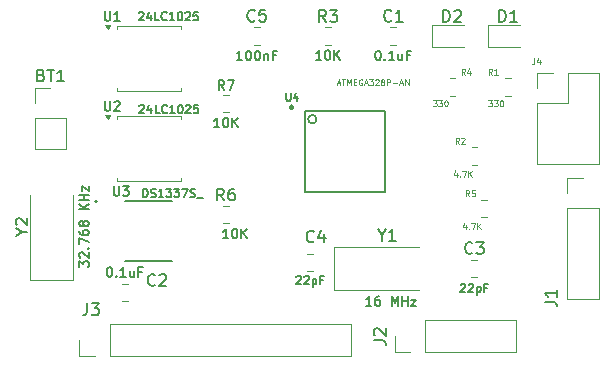
<source format=gto>
%TF.GenerationSoftware,KiCad,Pcbnew,8.0.5*%
%TF.CreationDate,2025-01-15T09:47:39+05:30*%
%TF.ProjectId,MCU_Datalogger,4d43555f-4461-4746-916c-6f676765722e,1*%
%TF.SameCoordinates,Original*%
%TF.FileFunction,Legend,Top*%
%TF.FilePolarity,Positive*%
%FSLAX46Y46*%
G04 Gerber Fmt 4.6, Leading zero omitted, Abs format (unit mm)*
G04 Created by KiCad (PCBNEW 8.0.5) date 2025-01-15 09:47:39*
%MOMM*%
%LPD*%
G01*
G04 APERTURE LIST*
%ADD10C,0.150000*%
%ADD11C,0.100000*%
%ADD12C,0.125000*%
%ADD13C,0.120000*%
%ADD14C,0.152400*%
%ADD15C,0.254000*%
%ADD16C,0.127000*%
%ADD17C,0.200000*%
G04 APERTURE END LIST*
D10*
X128119285Y-103011009D02*
X128262142Y-103058628D01*
X128262142Y-103058628D02*
X128309761Y-103106247D01*
X128309761Y-103106247D02*
X128357380Y-103201485D01*
X128357380Y-103201485D02*
X128357380Y-103344342D01*
X128357380Y-103344342D02*
X128309761Y-103439580D01*
X128309761Y-103439580D02*
X128262142Y-103487200D01*
X128262142Y-103487200D02*
X128166904Y-103534819D01*
X128166904Y-103534819D02*
X127785952Y-103534819D01*
X127785952Y-103534819D02*
X127785952Y-102534819D01*
X127785952Y-102534819D02*
X128119285Y-102534819D01*
X128119285Y-102534819D02*
X128214523Y-102582438D01*
X128214523Y-102582438D02*
X128262142Y-102630057D01*
X128262142Y-102630057D02*
X128309761Y-102725295D01*
X128309761Y-102725295D02*
X128309761Y-102820533D01*
X128309761Y-102820533D02*
X128262142Y-102915771D01*
X128262142Y-102915771D02*
X128214523Y-102963390D01*
X128214523Y-102963390D02*
X128119285Y-103011009D01*
X128119285Y-103011009D02*
X127785952Y-103011009D01*
X128643095Y-102534819D02*
X129214523Y-102534819D01*
X128928809Y-103534819D02*
X128928809Y-102534819D01*
X130071666Y-103534819D02*
X129500238Y-103534819D01*
X129785952Y-103534819D02*
X129785952Y-102534819D01*
X129785952Y-102534819D02*
X129690714Y-102677676D01*
X129690714Y-102677676D02*
X129595476Y-102772914D01*
X129595476Y-102772914D02*
X129500238Y-102820533D01*
X133502476Y-105226295D02*
X133502476Y-105873914D01*
X133502476Y-105873914D02*
X133540571Y-105950104D01*
X133540571Y-105950104D02*
X133578666Y-105988200D01*
X133578666Y-105988200D02*
X133654857Y-106026295D01*
X133654857Y-106026295D02*
X133807238Y-106026295D01*
X133807238Y-106026295D02*
X133883428Y-105988200D01*
X133883428Y-105988200D02*
X133921523Y-105950104D01*
X133921523Y-105950104D02*
X133959619Y-105873914D01*
X133959619Y-105873914D02*
X133959619Y-105226295D01*
X134302475Y-105302485D02*
X134340571Y-105264390D01*
X134340571Y-105264390D02*
X134416761Y-105226295D01*
X134416761Y-105226295D02*
X134607237Y-105226295D01*
X134607237Y-105226295D02*
X134683428Y-105264390D01*
X134683428Y-105264390D02*
X134721523Y-105302485D01*
X134721523Y-105302485D02*
X134759618Y-105378676D01*
X134759618Y-105378676D02*
X134759618Y-105454866D01*
X134759618Y-105454866D02*
X134721523Y-105569152D01*
X134721523Y-105569152D02*
X134264380Y-106026295D01*
X134264380Y-106026295D02*
X134759618Y-106026295D01*
X136437999Y-105600700D02*
X136471332Y-105567366D01*
X136471332Y-105567366D02*
X136537999Y-105534033D01*
X136537999Y-105534033D02*
X136704666Y-105534033D01*
X136704666Y-105534033D02*
X136771332Y-105567366D01*
X136771332Y-105567366D02*
X136804666Y-105600700D01*
X136804666Y-105600700D02*
X136837999Y-105667366D01*
X136837999Y-105667366D02*
X136837999Y-105734033D01*
X136837999Y-105734033D02*
X136804666Y-105834033D01*
X136804666Y-105834033D02*
X136404666Y-106234033D01*
X136404666Y-106234033D02*
X136837999Y-106234033D01*
X137437999Y-105767366D02*
X137437999Y-106234033D01*
X137271333Y-105500700D02*
X137104666Y-106000700D01*
X137104666Y-106000700D02*
X137537999Y-106000700D01*
X138138000Y-106234033D02*
X137804666Y-106234033D01*
X137804666Y-106234033D02*
X137804666Y-105534033D01*
X138771333Y-106167366D02*
X138738000Y-106200700D01*
X138738000Y-106200700D02*
X138638000Y-106234033D01*
X138638000Y-106234033D02*
X138571333Y-106234033D01*
X138571333Y-106234033D02*
X138471333Y-106200700D01*
X138471333Y-106200700D02*
X138404667Y-106134033D01*
X138404667Y-106134033D02*
X138371333Y-106067366D01*
X138371333Y-106067366D02*
X138338000Y-105934033D01*
X138338000Y-105934033D02*
X138338000Y-105834033D01*
X138338000Y-105834033D02*
X138371333Y-105700700D01*
X138371333Y-105700700D02*
X138404667Y-105634033D01*
X138404667Y-105634033D02*
X138471333Y-105567366D01*
X138471333Y-105567366D02*
X138571333Y-105534033D01*
X138571333Y-105534033D02*
X138638000Y-105534033D01*
X138638000Y-105534033D02*
X138738000Y-105567366D01*
X138738000Y-105567366D02*
X138771333Y-105600700D01*
X139438000Y-106234033D02*
X139038000Y-106234033D01*
X139238000Y-106234033D02*
X139238000Y-105534033D01*
X139238000Y-105534033D02*
X139171333Y-105634033D01*
X139171333Y-105634033D02*
X139104667Y-105700700D01*
X139104667Y-105700700D02*
X139038000Y-105734033D01*
X139871334Y-105534033D02*
X139938000Y-105534033D01*
X139938000Y-105534033D02*
X140004667Y-105567366D01*
X140004667Y-105567366D02*
X140038000Y-105600700D01*
X140038000Y-105600700D02*
X140071334Y-105667366D01*
X140071334Y-105667366D02*
X140104667Y-105800700D01*
X140104667Y-105800700D02*
X140104667Y-105967366D01*
X140104667Y-105967366D02*
X140071334Y-106100700D01*
X140071334Y-106100700D02*
X140038000Y-106167366D01*
X140038000Y-106167366D02*
X140004667Y-106200700D01*
X140004667Y-106200700D02*
X139938000Y-106234033D01*
X139938000Y-106234033D02*
X139871334Y-106234033D01*
X139871334Y-106234033D02*
X139804667Y-106200700D01*
X139804667Y-106200700D02*
X139771334Y-106167366D01*
X139771334Y-106167366D02*
X139738000Y-106100700D01*
X139738000Y-106100700D02*
X139704667Y-105967366D01*
X139704667Y-105967366D02*
X139704667Y-105800700D01*
X139704667Y-105800700D02*
X139738000Y-105667366D01*
X139738000Y-105667366D02*
X139771334Y-105600700D01*
X139771334Y-105600700D02*
X139804667Y-105567366D01*
X139804667Y-105567366D02*
X139871334Y-105534033D01*
X140371334Y-105600700D02*
X140404667Y-105567366D01*
X140404667Y-105567366D02*
X140471334Y-105534033D01*
X140471334Y-105534033D02*
X140638001Y-105534033D01*
X140638001Y-105534033D02*
X140704667Y-105567366D01*
X140704667Y-105567366D02*
X140738001Y-105600700D01*
X140738001Y-105600700D02*
X140771334Y-105667366D01*
X140771334Y-105667366D02*
X140771334Y-105734033D01*
X140771334Y-105734033D02*
X140738001Y-105834033D01*
X140738001Y-105834033D02*
X140338001Y-106234033D01*
X140338001Y-106234033D02*
X140771334Y-106234033D01*
X141404668Y-105534033D02*
X141071334Y-105534033D01*
X141071334Y-105534033D02*
X141038001Y-105867366D01*
X141038001Y-105867366D02*
X141071334Y-105834033D01*
X141071334Y-105834033D02*
X141138001Y-105800700D01*
X141138001Y-105800700D02*
X141304668Y-105800700D01*
X141304668Y-105800700D02*
X141371334Y-105834033D01*
X141371334Y-105834033D02*
X141404668Y-105867366D01*
X141404668Y-105867366D02*
X141438001Y-105934033D01*
X141438001Y-105934033D02*
X141438001Y-106100700D01*
X141438001Y-106100700D02*
X141404668Y-106167366D01*
X141404668Y-106167366D02*
X141371334Y-106200700D01*
X141371334Y-106200700D02*
X141304668Y-106234033D01*
X141304668Y-106234033D02*
X141138001Y-106234033D01*
X141138001Y-106234033D02*
X141071334Y-106200700D01*
X141071334Y-106200700D02*
X141038001Y-106167366D01*
D11*
X163492666Y-108811109D02*
X163326000Y-108573014D01*
X163206952Y-108811109D02*
X163206952Y-108311109D01*
X163206952Y-108311109D02*
X163397428Y-108311109D01*
X163397428Y-108311109D02*
X163445047Y-108334919D01*
X163445047Y-108334919D02*
X163468857Y-108358728D01*
X163468857Y-108358728D02*
X163492666Y-108406347D01*
X163492666Y-108406347D02*
X163492666Y-108477776D01*
X163492666Y-108477776D02*
X163468857Y-108525395D01*
X163468857Y-108525395D02*
X163445047Y-108549204D01*
X163445047Y-108549204D02*
X163397428Y-108573014D01*
X163397428Y-108573014D02*
X163206952Y-108573014D01*
X163683143Y-108358728D02*
X163706952Y-108334919D01*
X163706952Y-108334919D02*
X163754571Y-108311109D01*
X163754571Y-108311109D02*
X163873619Y-108311109D01*
X163873619Y-108311109D02*
X163921238Y-108334919D01*
X163921238Y-108334919D02*
X163945047Y-108358728D01*
X163945047Y-108358728D02*
X163968857Y-108406347D01*
X163968857Y-108406347D02*
X163968857Y-108453966D01*
X163968857Y-108453966D02*
X163945047Y-108525395D01*
X163945047Y-108525395D02*
X163659333Y-108811109D01*
X163659333Y-108811109D02*
X163968857Y-108811109D01*
X163318096Y-111271776D02*
X163318096Y-111605109D01*
X163199048Y-111081300D02*
X163080001Y-111438442D01*
X163080001Y-111438442D02*
X163389524Y-111438442D01*
X163580000Y-111557490D02*
X163603810Y-111581300D01*
X163603810Y-111581300D02*
X163580000Y-111605109D01*
X163580000Y-111605109D02*
X163556191Y-111581300D01*
X163556191Y-111581300D02*
X163580000Y-111557490D01*
X163580000Y-111557490D02*
X163580000Y-111605109D01*
X163770476Y-111105109D02*
X164103809Y-111105109D01*
X164103809Y-111105109D02*
X163889524Y-111605109D01*
X164294285Y-111605109D02*
X164294285Y-111105109D01*
X164579999Y-111605109D02*
X164365714Y-111319395D01*
X164579999Y-111105109D02*
X164294285Y-111390823D01*
D10*
X166901905Y-98499819D02*
X166901905Y-97499819D01*
X166901905Y-97499819D02*
X167140000Y-97499819D01*
X167140000Y-97499819D02*
X167282857Y-97547438D01*
X167282857Y-97547438D02*
X167378095Y-97642676D01*
X167378095Y-97642676D02*
X167425714Y-97737914D01*
X167425714Y-97737914D02*
X167473333Y-97928390D01*
X167473333Y-97928390D02*
X167473333Y-98071247D01*
X167473333Y-98071247D02*
X167425714Y-98261723D01*
X167425714Y-98261723D02*
X167378095Y-98356961D01*
X167378095Y-98356961D02*
X167282857Y-98452200D01*
X167282857Y-98452200D02*
X167140000Y-98499819D01*
X167140000Y-98499819D02*
X166901905Y-98499819D01*
X168425714Y-98499819D02*
X167854286Y-98499819D01*
X168140000Y-98499819D02*
X168140000Y-97499819D01*
X168140000Y-97499819D02*
X168044762Y-97642676D01*
X168044762Y-97642676D02*
X167949524Y-97737914D01*
X167949524Y-97737914D02*
X167854286Y-97785533D01*
X170752419Y-122202533D02*
X171466704Y-122202533D01*
X171466704Y-122202533D02*
X171609561Y-122250152D01*
X171609561Y-122250152D02*
X171704800Y-122345390D01*
X171704800Y-122345390D02*
X171752419Y-122488247D01*
X171752419Y-122488247D02*
X171752419Y-122583485D01*
X171752419Y-121202533D02*
X171752419Y-121773961D01*
X171752419Y-121488247D02*
X170752419Y-121488247D01*
X170752419Y-121488247D02*
X170895276Y-121583485D01*
X170895276Y-121583485D02*
X170990514Y-121678723D01*
X170990514Y-121678723D02*
X171038133Y-121773961D01*
X143630667Y-104248295D02*
X143364000Y-103867342D01*
X143173524Y-104248295D02*
X143173524Y-103448295D01*
X143173524Y-103448295D02*
X143478286Y-103448295D01*
X143478286Y-103448295D02*
X143554476Y-103486390D01*
X143554476Y-103486390D02*
X143592571Y-103524485D01*
X143592571Y-103524485D02*
X143630667Y-103600676D01*
X143630667Y-103600676D02*
X143630667Y-103714961D01*
X143630667Y-103714961D02*
X143592571Y-103791152D01*
X143592571Y-103791152D02*
X143554476Y-103829247D01*
X143554476Y-103829247D02*
X143478286Y-103867342D01*
X143478286Y-103867342D02*
X143173524Y-103867342D01*
X143897333Y-103448295D02*
X144430667Y-103448295D01*
X144430667Y-103448295D02*
X144087809Y-104248295D01*
X143211618Y-107422295D02*
X142754475Y-107422295D01*
X142983047Y-107422295D02*
X142983047Y-106622295D01*
X142983047Y-106622295D02*
X142906856Y-106736580D01*
X142906856Y-106736580D02*
X142830666Y-106812771D01*
X142830666Y-106812771D02*
X142754475Y-106850866D01*
X143706857Y-106622295D02*
X143783047Y-106622295D01*
X143783047Y-106622295D02*
X143859238Y-106660390D01*
X143859238Y-106660390D02*
X143897333Y-106698485D01*
X143897333Y-106698485D02*
X143935428Y-106774676D01*
X143935428Y-106774676D02*
X143973523Y-106927057D01*
X143973523Y-106927057D02*
X143973523Y-107117533D01*
X143973523Y-107117533D02*
X143935428Y-107269914D01*
X143935428Y-107269914D02*
X143897333Y-107346104D01*
X143897333Y-107346104D02*
X143859238Y-107384200D01*
X143859238Y-107384200D02*
X143783047Y-107422295D01*
X143783047Y-107422295D02*
X143706857Y-107422295D01*
X143706857Y-107422295D02*
X143630666Y-107384200D01*
X143630666Y-107384200D02*
X143592571Y-107346104D01*
X143592571Y-107346104D02*
X143554476Y-107269914D01*
X143554476Y-107269914D02*
X143516380Y-107117533D01*
X143516380Y-107117533D02*
X143516380Y-106927057D01*
X143516380Y-106927057D02*
X143554476Y-106774676D01*
X143554476Y-106774676D02*
X143592571Y-106698485D01*
X143592571Y-106698485D02*
X143630666Y-106660390D01*
X143630666Y-106660390D02*
X143706857Y-106622295D01*
X144316381Y-107422295D02*
X144316381Y-106622295D01*
X144773524Y-107422295D02*
X144430666Y-106965152D01*
X144773524Y-106622295D02*
X144316381Y-107079438D01*
X156943809Y-116558628D02*
X156943809Y-117034819D01*
X156610476Y-116034819D02*
X156943809Y-116558628D01*
X156943809Y-116558628D02*
X157277142Y-116034819D01*
X158134285Y-117034819D02*
X157562857Y-117034819D01*
X157848571Y-117034819D02*
X157848571Y-116034819D01*
X157848571Y-116034819D02*
X157753333Y-116177676D01*
X157753333Y-116177676D02*
X157658095Y-116272914D01*
X157658095Y-116272914D02*
X157562857Y-116320533D01*
X156076856Y-122542295D02*
X155619713Y-122542295D01*
X155848285Y-122542295D02*
X155848285Y-121742295D01*
X155848285Y-121742295D02*
X155772094Y-121856580D01*
X155772094Y-121856580D02*
X155695904Y-121932771D01*
X155695904Y-121932771D02*
X155619713Y-121970866D01*
X156762571Y-121742295D02*
X156610190Y-121742295D01*
X156610190Y-121742295D02*
X156533999Y-121780390D01*
X156533999Y-121780390D02*
X156495904Y-121818485D01*
X156495904Y-121818485D02*
X156419714Y-121932771D01*
X156419714Y-121932771D02*
X156381618Y-122085152D01*
X156381618Y-122085152D02*
X156381618Y-122389914D01*
X156381618Y-122389914D02*
X156419714Y-122466104D01*
X156419714Y-122466104D02*
X156457809Y-122504200D01*
X156457809Y-122504200D02*
X156533999Y-122542295D01*
X156533999Y-122542295D02*
X156686380Y-122542295D01*
X156686380Y-122542295D02*
X156762571Y-122504200D01*
X156762571Y-122504200D02*
X156800666Y-122466104D01*
X156800666Y-122466104D02*
X156838761Y-122389914D01*
X156838761Y-122389914D02*
X156838761Y-122199438D01*
X156838761Y-122199438D02*
X156800666Y-122123247D01*
X156800666Y-122123247D02*
X156762571Y-122085152D01*
X156762571Y-122085152D02*
X156686380Y-122047057D01*
X156686380Y-122047057D02*
X156533999Y-122047057D01*
X156533999Y-122047057D02*
X156457809Y-122085152D01*
X156457809Y-122085152D02*
X156419714Y-122123247D01*
X156419714Y-122123247D02*
X156381618Y-122199438D01*
X157791143Y-122542295D02*
X157791143Y-121742295D01*
X157791143Y-121742295D02*
X158057809Y-122313723D01*
X158057809Y-122313723D02*
X158324476Y-121742295D01*
X158324476Y-121742295D02*
X158324476Y-122542295D01*
X158705429Y-122542295D02*
X158705429Y-121742295D01*
X158705429Y-122123247D02*
X159162572Y-122123247D01*
X159162572Y-122542295D02*
X159162572Y-121742295D01*
X159467333Y-122008961D02*
X159886381Y-122008961D01*
X159886381Y-122008961D02*
X159467333Y-122542295D01*
X159467333Y-122542295D02*
X159886381Y-122542295D01*
X156274419Y-125453733D02*
X156988704Y-125453733D01*
X156988704Y-125453733D02*
X157131561Y-125501352D01*
X157131561Y-125501352D02*
X157226800Y-125596590D01*
X157226800Y-125596590D02*
X157274419Y-125739447D01*
X157274419Y-125739447D02*
X157274419Y-125834685D01*
X156369657Y-125025161D02*
X156322038Y-124977542D01*
X156322038Y-124977542D02*
X156274419Y-124882304D01*
X156274419Y-124882304D02*
X156274419Y-124644209D01*
X156274419Y-124644209D02*
X156322038Y-124548971D01*
X156322038Y-124548971D02*
X156369657Y-124501352D01*
X156369657Y-124501352D02*
X156464895Y-124453733D01*
X156464895Y-124453733D02*
X156560133Y-124453733D01*
X156560133Y-124453733D02*
X156702990Y-124501352D01*
X156702990Y-124501352D02*
X157274419Y-125072780D01*
X157274419Y-125072780D02*
X157274419Y-124453733D01*
X162154405Y-98499819D02*
X162154405Y-97499819D01*
X162154405Y-97499819D02*
X162392500Y-97499819D01*
X162392500Y-97499819D02*
X162535357Y-97547438D01*
X162535357Y-97547438D02*
X162630595Y-97642676D01*
X162630595Y-97642676D02*
X162678214Y-97737914D01*
X162678214Y-97737914D02*
X162725833Y-97928390D01*
X162725833Y-97928390D02*
X162725833Y-98071247D01*
X162725833Y-98071247D02*
X162678214Y-98261723D01*
X162678214Y-98261723D02*
X162630595Y-98356961D01*
X162630595Y-98356961D02*
X162535357Y-98452200D01*
X162535357Y-98452200D02*
X162392500Y-98499819D01*
X162392500Y-98499819D02*
X162154405Y-98499819D01*
X163106786Y-97595057D02*
X163154405Y-97547438D01*
X163154405Y-97547438D02*
X163249643Y-97499819D01*
X163249643Y-97499819D02*
X163487738Y-97499819D01*
X163487738Y-97499819D02*
X163582976Y-97547438D01*
X163582976Y-97547438D02*
X163630595Y-97595057D01*
X163630595Y-97595057D02*
X163678214Y-97690295D01*
X163678214Y-97690295D02*
X163678214Y-97785533D01*
X163678214Y-97785533D02*
X163630595Y-97928390D01*
X163630595Y-97928390D02*
X163059167Y-98499819D01*
X163059167Y-98499819D02*
X163678214Y-98499819D01*
X157760333Y-98374580D02*
X157712714Y-98422200D01*
X157712714Y-98422200D02*
X157569857Y-98469819D01*
X157569857Y-98469819D02*
X157474619Y-98469819D01*
X157474619Y-98469819D02*
X157331762Y-98422200D01*
X157331762Y-98422200D02*
X157236524Y-98326961D01*
X157236524Y-98326961D02*
X157188905Y-98231723D01*
X157188905Y-98231723D02*
X157141286Y-98041247D01*
X157141286Y-98041247D02*
X157141286Y-97898390D01*
X157141286Y-97898390D02*
X157188905Y-97707914D01*
X157188905Y-97707914D02*
X157236524Y-97612676D01*
X157236524Y-97612676D02*
X157331762Y-97517438D01*
X157331762Y-97517438D02*
X157474619Y-97469819D01*
X157474619Y-97469819D02*
X157569857Y-97469819D01*
X157569857Y-97469819D02*
X157712714Y-97517438D01*
X157712714Y-97517438D02*
X157760333Y-97565057D01*
X158712714Y-98469819D02*
X158141286Y-98469819D01*
X158427000Y-98469819D02*
X158427000Y-97469819D01*
X158427000Y-97469819D02*
X158331762Y-97612676D01*
X158331762Y-97612676D02*
X158236524Y-97707914D01*
X158236524Y-97707914D02*
X158141286Y-97755533D01*
X156612714Y-100937295D02*
X156688904Y-100937295D01*
X156688904Y-100937295D02*
X156765095Y-100975390D01*
X156765095Y-100975390D02*
X156803190Y-101013485D01*
X156803190Y-101013485D02*
X156841285Y-101089676D01*
X156841285Y-101089676D02*
X156879380Y-101242057D01*
X156879380Y-101242057D02*
X156879380Y-101432533D01*
X156879380Y-101432533D02*
X156841285Y-101584914D01*
X156841285Y-101584914D02*
X156803190Y-101661104D01*
X156803190Y-101661104D02*
X156765095Y-101699200D01*
X156765095Y-101699200D02*
X156688904Y-101737295D01*
X156688904Y-101737295D02*
X156612714Y-101737295D01*
X156612714Y-101737295D02*
X156536523Y-101699200D01*
X156536523Y-101699200D02*
X156498428Y-101661104D01*
X156498428Y-101661104D02*
X156460333Y-101584914D01*
X156460333Y-101584914D02*
X156422237Y-101432533D01*
X156422237Y-101432533D02*
X156422237Y-101242057D01*
X156422237Y-101242057D02*
X156460333Y-101089676D01*
X156460333Y-101089676D02*
X156498428Y-101013485D01*
X156498428Y-101013485D02*
X156536523Y-100975390D01*
X156536523Y-100975390D02*
X156612714Y-100937295D01*
X157222238Y-101661104D02*
X157260333Y-101699200D01*
X157260333Y-101699200D02*
X157222238Y-101737295D01*
X157222238Y-101737295D02*
X157184142Y-101699200D01*
X157184142Y-101699200D02*
X157222238Y-101661104D01*
X157222238Y-101661104D02*
X157222238Y-101737295D01*
X158022237Y-101737295D02*
X157565094Y-101737295D01*
X157793666Y-101737295D02*
X157793666Y-100937295D01*
X157793666Y-100937295D02*
X157717475Y-101051580D01*
X157717475Y-101051580D02*
X157641285Y-101127771D01*
X157641285Y-101127771D02*
X157565094Y-101165866D01*
X158707952Y-101203961D02*
X158707952Y-101737295D01*
X158365095Y-101203961D02*
X158365095Y-101623009D01*
X158365095Y-101623009D02*
X158403190Y-101699200D01*
X158403190Y-101699200D02*
X158479380Y-101737295D01*
X158479380Y-101737295D02*
X158593666Y-101737295D01*
X158593666Y-101737295D02*
X158669857Y-101699200D01*
X158669857Y-101699200D02*
X158707952Y-101661104D01*
X159355571Y-101318247D02*
X159088905Y-101318247D01*
X159088905Y-101737295D02*
X159088905Y-100937295D01*
X159088905Y-100937295D02*
X159469857Y-100937295D01*
X146203333Y-98374580D02*
X146155714Y-98422200D01*
X146155714Y-98422200D02*
X146012857Y-98469819D01*
X146012857Y-98469819D02*
X145917619Y-98469819D01*
X145917619Y-98469819D02*
X145774762Y-98422200D01*
X145774762Y-98422200D02*
X145679524Y-98326961D01*
X145679524Y-98326961D02*
X145631905Y-98231723D01*
X145631905Y-98231723D02*
X145584286Y-98041247D01*
X145584286Y-98041247D02*
X145584286Y-97898390D01*
X145584286Y-97898390D02*
X145631905Y-97707914D01*
X145631905Y-97707914D02*
X145679524Y-97612676D01*
X145679524Y-97612676D02*
X145774762Y-97517438D01*
X145774762Y-97517438D02*
X145917619Y-97469819D01*
X145917619Y-97469819D02*
X146012857Y-97469819D01*
X146012857Y-97469819D02*
X146155714Y-97517438D01*
X146155714Y-97517438D02*
X146203333Y-97565057D01*
X147108095Y-97469819D02*
X146631905Y-97469819D01*
X146631905Y-97469819D02*
X146584286Y-97946009D01*
X146584286Y-97946009D02*
X146631905Y-97898390D01*
X146631905Y-97898390D02*
X146727143Y-97850771D01*
X146727143Y-97850771D02*
X146965238Y-97850771D01*
X146965238Y-97850771D02*
X147060476Y-97898390D01*
X147060476Y-97898390D02*
X147108095Y-97946009D01*
X147108095Y-97946009D02*
X147155714Y-98041247D01*
X147155714Y-98041247D02*
X147155714Y-98279342D01*
X147155714Y-98279342D02*
X147108095Y-98374580D01*
X147108095Y-98374580D02*
X147060476Y-98422200D01*
X147060476Y-98422200D02*
X146965238Y-98469819D01*
X146965238Y-98469819D02*
X146727143Y-98469819D01*
X146727143Y-98469819D02*
X146631905Y-98422200D01*
X146631905Y-98422200D02*
X146584286Y-98374580D01*
X145131904Y-101737295D02*
X144674761Y-101737295D01*
X144903333Y-101737295D02*
X144903333Y-100937295D01*
X144903333Y-100937295D02*
X144827142Y-101051580D01*
X144827142Y-101051580D02*
X144750952Y-101127771D01*
X144750952Y-101127771D02*
X144674761Y-101165866D01*
X145627143Y-100937295D02*
X145703333Y-100937295D01*
X145703333Y-100937295D02*
X145779524Y-100975390D01*
X145779524Y-100975390D02*
X145817619Y-101013485D01*
X145817619Y-101013485D02*
X145855714Y-101089676D01*
X145855714Y-101089676D02*
X145893809Y-101242057D01*
X145893809Y-101242057D02*
X145893809Y-101432533D01*
X145893809Y-101432533D02*
X145855714Y-101584914D01*
X145855714Y-101584914D02*
X145817619Y-101661104D01*
X145817619Y-101661104D02*
X145779524Y-101699200D01*
X145779524Y-101699200D02*
X145703333Y-101737295D01*
X145703333Y-101737295D02*
X145627143Y-101737295D01*
X145627143Y-101737295D02*
X145550952Y-101699200D01*
X145550952Y-101699200D02*
X145512857Y-101661104D01*
X145512857Y-101661104D02*
X145474762Y-101584914D01*
X145474762Y-101584914D02*
X145436666Y-101432533D01*
X145436666Y-101432533D02*
X145436666Y-101242057D01*
X145436666Y-101242057D02*
X145474762Y-101089676D01*
X145474762Y-101089676D02*
X145512857Y-101013485D01*
X145512857Y-101013485D02*
X145550952Y-100975390D01*
X145550952Y-100975390D02*
X145627143Y-100937295D01*
X146389048Y-100937295D02*
X146465238Y-100937295D01*
X146465238Y-100937295D02*
X146541429Y-100975390D01*
X146541429Y-100975390D02*
X146579524Y-101013485D01*
X146579524Y-101013485D02*
X146617619Y-101089676D01*
X146617619Y-101089676D02*
X146655714Y-101242057D01*
X146655714Y-101242057D02*
X146655714Y-101432533D01*
X146655714Y-101432533D02*
X146617619Y-101584914D01*
X146617619Y-101584914D02*
X146579524Y-101661104D01*
X146579524Y-101661104D02*
X146541429Y-101699200D01*
X146541429Y-101699200D02*
X146465238Y-101737295D01*
X146465238Y-101737295D02*
X146389048Y-101737295D01*
X146389048Y-101737295D02*
X146312857Y-101699200D01*
X146312857Y-101699200D02*
X146274762Y-101661104D01*
X146274762Y-101661104D02*
X146236667Y-101584914D01*
X146236667Y-101584914D02*
X146198571Y-101432533D01*
X146198571Y-101432533D02*
X146198571Y-101242057D01*
X146198571Y-101242057D02*
X146236667Y-101089676D01*
X146236667Y-101089676D02*
X146274762Y-101013485D01*
X146274762Y-101013485D02*
X146312857Y-100975390D01*
X146312857Y-100975390D02*
X146389048Y-100937295D01*
X146998572Y-101203961D02*
X146998572Y-101737295D01*
X146998572Y-101280152D02*
X147036667Y-101242057D01*
X147036667Y-101242057D02*
X147112857Y-101203961D01*
X147112857Y-101203961D02*
X147227143Y-101203961D01*
X147227143Y-101203961D02*
X147303334Y-101242057D01*
X147303334Y-101242057D02*
X147341429Y-101318247D01*
X147341429Y-101318247D02*
X147341429Y-101737295D01*
X147989048Y-101318247D02*
X147722382Y-101318247D01*
X147722382Y-101737295D02*
X147722382Y-100937295D01*
X147722382Y-100937295D02*
X148103334Y-100937295D01*
X133502476Y-97606295D02*
X133502476Y-98253914D01*
X133502476Y-98253914D02*
X133540571Y-98330104D01*
X133540571Y-98330104D02*
X133578666Y-98368200D01*
X133578666Y-98368200D02*
X133654857Y-98406295D01*
X133654857Y-98406295D02*
X133807238Y-98406295D01*
X133807238Y-98406295D02*
X133883428Y-98368200D01*
X133883428Y-98368200D02*
X133921523Y-98330104D01*
X133921523Y-98330104D02*
X133959619Y-98253914D01*
X133959619Y-98253914D02*
X133959619Y-97606295D01*
X134759618Y-98406295D02*
X134302475Y-98406295D01*
X134531047Y-98406295D02*
X134531047Y-97606295D01*
X134531047Y-97606295D02*
X134454856Y-97720580D01*
X134454856Y-97720580D02*
X134378666Y-97796771D01*
X134378666Y-97796771D02*
X134302475Y-97834866D01*
X136401637Y-97737905D02*
X136434970Y-97704571D01*
X136434970Y-97704571D02*
X136501637Y-97671238D01*
X136501637Y-97671238D02*
X136668304Y-97671238D01*
X136668304Y-97671238D02*
X136734970Y-97704571D01*
X136734970Y-97704571D02*
X136768304Y-97737905D01*
X136768304Y-97737905D02*
X136801637Y-97804571D01*
X136801637Y-97804571D02*
X136801637Y-97871238D01*
X136801637Y-97871238D02*
X136768304Y-97971238D01*
X136768304Y-97971238D02*
X136368304Y-98371238D01*
X136368304Y-98371238D02*
X136801637Y-98371238D01*
X137401637Y-97904571D02*
X137401637Y-98371238D01*
X137234971Y-97637905D02*
X137068304Y-98137905D01*
X137068304Y-98137905D02*
X137501637Y-98137905D01*
X138101638Y-98371238D02*
X137768304Y-98371238D01*
X137768304Y-98371238D02*
X137768304Y-97671238D01*
X138734971Y-98304571D02*
X138701638Y-98337905D01*
X138701638Y-98337905D02*
X138601638Y-98371238D01*
X138601638Y-98371238D02*
X138534971Y-98371238D01*
X138534971Y-98371238D02*
X138434971Y-98337905D01*
X138434971Y-98337905D02*
X138368305Y-98271238D01*
X138368305Y-98271238D02*
X138334971Y-98204571D01*
X138334971Y-98204571D02*
X138301638Y-98071238D01*
X138301638Y-98071238D02*
X138301638Y-97971238D01*
X138301638Y-97971238D02*
X138334971Y-97837905D01*
X138334971Y-97837905D02*
X138368305Y-97771238D01*
X138368305Y-97771238D02*
X138434971Y-97704571D01*
X138434971Y-97704571D02*
X138534971Y-97671238D01*
X138534971Y-97671238D02*
X138601638Y-97671238D01*
X138601638Y-97671238D02*
X138701638Y-97704571D01*
X138701638Y-97704571D02*
X138734971Y-97737905D01*
X139401638Y-98371238D02*
X139001638Y-98371238D01*
X139201638Y-98371238D02*
X139201638Y-97671238D01*
X139201638Y-97671238D02*
X139134971Y-97771238D01*
X139134971Y-97771238D02*
X139068305Y-97837905D01*
X139068305Y-97837905D02*
X139001638Y-97871238D01*
X139834972Y-97671238D02*
X139901638Y-97671238D01*
X139901638Y-97671238D02*
X139968305Y-97704571D01*
X139968305Y-97704571D02*
X140001638Y-97737905D01*
X140001638Y-97737905D02*
X140034972Y-97804571D01*
X140034972Y-97804571D02*
X140068305Y-97937905D01*
X140068305Y-97937905D02*
X140068305Y-98104571D01*
X140068305Y-98104571D02*
X140034972Y-98237905D01*
X140034972Y-98237905D02*
X140001638Y-98304571D01*
X140001638Y-98304571D02*
X139968305Y-98337905D01*
X139968305Y-98337905D02*
X139901638Y-98371238D01*
X139901638Y-98371238D02*
X139834972Y-98371238D01*
X139834972Y-98371238D02*
X139768305Y-98337905D01*
X139768305Y-98337905D02*
X139734972Y-98304571D01*
X139734972Y-98304571D02*
X139701638Y-98237905D01*
X139701638Y-98237905D02*
X139668305Y-98104571D01*
X139668305Y-98104571D02*
X139668305Y-97937905D01*
X139668305Y-97937905D02*
X139701638Y-97804571D01*
X139701638Y-97804571D02*
X139734972Y-97737905D01*
X139734972Y-97737905D02*
X139768305Y-97704571D01*
X139768305Y-97704571D02*
X139834972Y-97671238D01*
X140334972Y-97737905D02*
X140368305Y-97704571D01*
X140368305Y-97704571D02*
X140434972Y-97671238D01*
X140434972Y-97671238D02*
X140601639Y-97671238D01*
X140601639Y-97671238D02*
X140668305Y-97704571D01*
X140668305Y-97704571D02*
X140701639Y-97737905D01*
X140701639Y-97737905D02*
X140734972Y-97804571D01*
X140734972Y-97804571D02*
X140734972Y-97871238D01*
X140734972Y-97871238D02*
X140701639Y-97971238D01*
X140701639Y-97971238D02*
X140301639Y-98371238D01*
X140301639Y-98371238D02*
X140734972Y-98371238D01*
X141368306Y-97671238D02*
X141034972Y-97671238D01*
X141034972Y-97671238D02*
X141001639Y-98004571D01*
X141001639Y-98004571D02*
X141034972Y-97971238D01*
X141034972Y-97971238D02*
X141101639Y-97937905D01*
X141101639Y-97937905D02*
X141268306Y-97937905D01*
X141268306Y-97937905D02*
X141334972Y-97971238D01*
X141334972Y-97971238D02*
X141368306Y-98004571D01*
X141368306Y-98004571D02*
X141401639Y-98071238D01*
X141401639Y-98071238D02*
X141401639Y-98237905D01*
X141401639Y-98237905D02*
X141368306Y-98304571D01*
X141368306Y-98304571D02*
X141334972Y-98337905D01*
X141334972Y-98337905D02*
X141268306Y-98371238D01*
X141268306Y-98371238D02*
X141101639Y-98371238D01*
X141101639Y-98371238D02*
X141034972Y-98337905D01*
X141034972Y-98337905D02*
X141001639Y-98304571D01*
X152233333Y-98499819D02*
X151900000Y-98023628D01*
X151661905Y-98499819D02*
X151661905Y-97499819D01*
X151661905Y-97499819D02*
X152042857Y-97499819D01*
X152042857Y-97499819D02*
X152138095Y-97547438D01*
X152138095Y-97547438D02*
X152185714Y-97595057D01*
X152185714Y-97595057D02*
X152233333Y-97690295D01*
X152233333Y-97690295D02*
X152233333Y-97833152D01*
X152233333Y-97833152D02*
X152185714Y-97928390D01*
X152185714Y-97928390D02*
X152138095Y-97976009D01*
X152138095Y-97976009D02*
X152042857Y-98023628D01*
X152042857Y-98023628D02*
X151661905Y-98023628D01*
X152566667Y-97499819D02*
X153185714Y-97499819D01*
X153185714Y-97499819D02*
X152852381Y-97880771D01*
X152852381Y-97880771D02*
X152995238Y-97880771D01*
X152995238Y-97880771D02*
X153090476Y-97928390D01*
X153090476Y-97928390D02*
X153138095Y-97976009D01*
X153138095Y-97976009D02*
X153185714Y-98071247D01*
X153185714Y-98071247D02*
X153185714Y-98309342D01*
X153185714Y-98309342D02*
X153138095Y-98404580D01*
X153138095Y-98404580D02*
X153090476Y-98452200D01*
X153090476Y-98452200D02*
X152995238Y-98499819D01*
X152995238Y-98499819D02*
X152709524Y-98499819D01*
X152709524Y-98499819D02*
X152614286Y-98452200D01*
X152614286Y-98452200D02*
X152566667Y-98404580D01*
X151847618Y-101707295D02*
X151390475Y-101707295D01*
X151619047Y-101707295D02*
X151619047Y-100907295D01*
X151619047Y-100907295D02*
X151542856Y-101021580D01*
X151542856Y-101021580D02*
X151466666Y-101097771D01*
X151466666Y-101097771D02*
X151390475Y-101135866D01*
X152342857Y-100907295D02*
X152419047Y-100907295D01*
X152419047Y-100907295D02*
X152495238Y-100945390D01*
X152495238Y-100945390D02*
X152533333Y-100983485D01*
X152533333Y-100983485D02*
X152571428Y-101059676D01*
X152571428Y-101059676D02*
X152609523Y-101212057D01*
X152609523Y-101212057D02*
X152609523Y-101402533D01*
X152609523Y-101402533D02*
X152571428Y-101554914D01*
X152571428Y-101554914D02*
X152533333Y-101631104D01*
X152533333Y-101631104D02*
X152495238Y-101669200D01*
X152495238Y-101669200D02*
X152419047Y-101707295D01*
X152419047Y-101707295D02*
X152342857Y-101707295D01*
X152342857Y-101707295D02*
X152266666Y-101669200D01*
X152266666Y-101669200D02*
X152228571Y-101631104D01*
X152228571Y-101631104D02*
X152190476Y-101554914D01*
X152190476Y-101554914D02*
X152152380Y-101402533D01*
X152152380Y-101402533D02*
X152152380Y-101212057D01*
X152152380Y-101212057D02*
X152190476Y-101059676D01*
X152190476Y-101059676D02*
X152228571Y-100983485D01*
X152228571Y-100983485D02*
X152266666Y-100945390D01*
X152266666Y-100945390D02*
X152342857Y-100907295D01*
X152952381Y-101707295D02*
X152952381Y-100907295D01*
X153409524Y-101707295D02*
X153066666Y-101250152D01*
X153409524Y-100907295D02*
X152952381Y-101364438D01*
X148863282Y-104549501D02*
X148863282Y-105068764D01*
X148863282Y-105068764D02*
X148893827Y-105129854D01*
X148893827Y-105129854D02*
X148924372Y-105160399D01*
X148924372Y-105160399D02*
X148985461Y-105190943D01*
X148985461Y-105190943D02*
X149107641Y-105190943D01*
X149107641Y-105190943D02*
X149168730Y-105160399D01*
X149168730Y-105160399D02*
X149199275Y-105129854D01*
X149199275Y-105129854D02*
X149229820Y-105068764D01*
X149229820Y-105068764D02*
X149229820Y-104549501D01*
X149810173Y-104763315D02*
X149810173Y-105190943D01*
X149657448Y-104518957D02*
X149504724Y-104977129D01*
X149504724Y-104977129D02*
X149901807Y-104977129D01*
D12*
X153174287Y-103713952D02*
X153412382Y-103713952D01*
X153126668Y-103856809D02*
X153293334Y-103356809D01*
X153293334Y-103356809D02*
X153460001Y-103856809D01*
X153555239Y-103356809D02*
X153840953Y-103356809D01*
X153698096Y-103856809D02*
X153698096Y-103356809D01*
X154007619Y-103856809D02*
X154007619Y-103356809D01*
X154007619Y-103356809D02*
X154174286Y-103713952D01*
X154174286Y-103713952D02*
X154340952Y-103356809D01*
X154340952Y-103356809D02*
X154340952Y-103856809D01*
X154579048Y-103594904D02*
X154745715Y-103594904D01*
X154817143Y-103856809D02*
X154579048Y-103856809D01*
X154579048Y-103856809D02*
X154579048Y-103356809D01*
X154579048Y-103356809D02*
X154817143Y-103356809D01*
X155293334Y-103380619D02*
X155245715Y-103356809D01*
X155245715Y-103356809D02*
X155174286Y-103356809D01*
X155174286Y-103356809D02*
X155102858Y-103380619D01*
X155102858Y-103380619D02*
X155055239Y-103428238D01*
X155055239Y-103428238D02*
X155031429Y-103475857D01*
X155031429Y-103475857D02*
X155007620Y-103571095D01*
X155007620Y-103571095D02*
X155007620Y-103642523D01*
X155007620Y-103642523D02*
X155031429Y-103737761D01*
X155031429Y-103737761D02*
X155055239Y-103785380D01*
X155055239Y-103785380D02*
X155102858Y-103833000D01*
X155102858Y-103833000D02*
X155174286Y-103856809D01*
X155174286Y-103856809D02*
X155221905Y-103856809D01*
X155221905Y-103856809D02*
X155293334Y-103833000D01*
X155293334Y-103833000D02*
X155317143Y-103809190D01*
X155317143Y-103809190D02*
X155317143Y-103642523D01*
X155317143Y-103642523D02*
X155221905Y-103642523D01*
X155507620Y-103713952D02*
X155745715Y-103713952D01*
X155460001Y-103856809D02*
X155626667Y-103356809D01*
X155626667Y-103356809D02*
X155793334Y-103856809D01*
X155912381Y-103356809D02*
X156221905Y-103356809D01*
X156221905Y-103356809D02*
X156055238Y-103547285D01*
X156055238Y-103547285D02*
X156126667Y-103547285D01*
X156126667Y-103547285D02*
X156174286Y-103571095D01*
X156174286Y-103571095D02*
X156198095Y-103594904D01*
X156198095Y-103594904D02*
X156221905Y-103642523D01*
X156221905Y-103642523D02*
X156221905Y-103761571D01*
X156221905Y-103761571D02*
X156198095Y-103809190D01*
X156198095Y-103809190D02*
X156174286Y-103833000D01*
X156174286Y-103833000D02*
X156126667Y-103856809D01*
X156126667Y-103856809D02*
X155983810Y-103856809D01*
X155983810Y-103856809D02*
X155936191Y-103833000D01*
X155936191Y-103833000D02*
X155912381Y-103809190D01*
X156412381Y-103404428D02*
X156436190Y-103380619D01*
X156436190Y-103380619D02*
X156483809Y-103356809D01*
X156483809Y-103356809D02*
X156602857Y-103356809D01*
X156602857Y-103356809D02*
X156650476Y-103380619D01*
X156650476Y-103380619D02*
X156674285Y-103404428D01*
X156674285Y-103404428D02*
X156698095Y-103452047D01*
X156698095Y-103452047D02*
X156698095Y-103499666D01*
X156698095Y-103499666D02*
X156674285Y-103571095D01*
X156674285Y-103571095D02*
X156388571Y-103856809D01*
X156388571Y-103856809D02*
X156698095Y-103856809D01*
X156983809Y-103571095D02*
X156936190Y-103547285D01*
X156936190Y-103547285D02*
X156912380Y-103523476D01*
X156912380Y-103523476D02*
X156888571Y-103475857D01*
X156888571Y-103475857D02*
X156888571Y-103452047D01*
X156888571Y-103452047D02*
X156912380Y-103404428D01*
X156912380Y-103404428D02*
X156936190Y-103380619D01*
X156936190Y-103380619D02*
X156983809Y-103356809D01*
X156983809Y-103356809D02*
X157079047Y-103356809D01*
X157079047Y-103356809D02*
X157126666Y-103380619D01*
X157126666Y-103380619D02*
X157150475Y-103404428D01*
X157150475Y-103404428D02*
X157174285Y-103452047D01*
X157174285Y-103452047D02*
X157174285Y-103475857D01*
X157174285Y-103475857D02*
X157150475Y-103523476D01*
X157150475Y-103523476D02*
X157126666Y-103547285D01*
X157126666Y-103547285D02*
X157079047Y-103571095D01*
X157079047Y-103571095D02*
X156983809Y-103571095D01*
X156983809Y-103571095D02*
X156936190Y-103594904D01*
X156936190Y-103594904D02*
X156912380Y-103618714D01*
X156912380Y-103618714D02*
X156888571Y-103666333D01*
X156888571Y-103666333D02*
X156888571Y-103761571D01*
X156888571Y-103761571D02*
X156912380Y-103809190D01*
X156912380Y-103809190D02*
X156936190Y-103833000D01*
X156936190Y-103833000D02*
X156983809Y-103856809D01*
X156983809Y-103856809D02*
X157079047Y-103856809D01*
X157079047Y-103856809D02*
X157126666Y-103833000D01*
X157126666Y-103833000D02*
X157150475Y-103809190D01*
X157150475Y-103809190D02*
X157174285Y-103761571D01*
X157174285Y-103761571D02*
X157174285Y-103666333D01*
X157174285Y-103666333D02*
X157150475Y-103618714D01*
X157150475Y-103618714D02*
X157126666Y-103594904D01*
X157126666Y-103594904D02*
X157079047Y-103571095D01*
X157388570Y-103856809D02*
X157388570Y-103356809D01*
X157388570Y-103356809D02*
X157579046Y-103356809D01*
X157579046Y-103356809D02*
X157626665Y-103380619D01*
X157626665Y-103380619D02*
X157650475Y-103404428D01*
X157650475Y-103404428D02*
X157674284Y-103452047D01*
X157674284Y-103452047D02*
X157674284Y-103523476D01*
X157674284Y-103523476D02*
X157650475Y-103571095D01*
X157650475Y-103571095D02*
X157626665Y-103594904D01*
X157626665Y-103594904D02*
X157579046Y-103618714D01*
X157579046Y-103618714D02*
X157388570Y-103618714D01*
X157888570Y-103666333D02*
X158269523Y-103666333D01*
X158483809Y-103713952D02*
X158721904Y-103713952D01*
X158436190Y-103856809D02*
X158602856Y-103356809D01*
X158602856Y-103356809D02*
X158769523Y-103856809D01*
X158936189Y-103856809D02*
X158936189Y-103356809D01*
X158936189Y-103356809D02*
X159221903Y-103856809D01*
X159221903Y-103856809D02*
X159221903Y-103356809D01*
D10*
X137755333Y-120755580D02*
X137707714Y-120803200D01*
X137707714Y-120803200D02*
X137564857Y-120850819D01*
X137564857Y-120850819D02*
X137469619Y-120850819D01*
X137469619Y-120850819D02*
X137326762Y-120803200D01*
X137326762Y-120803200D02*
X137231524Y-120707961D01*
X137231524Y-120707961D02*
X137183905Y-120612723D01*
X137183905Y-120612723D02*
X137136286Y-120422247D01*
X137136286Y-120422247D02*
X137136286Y-120279390D01*
X137136286Y-120279390D02*
X137183905Y-120088914D01*
X137183905Y-120088914D02*
X137231524Y-119993676D01*
X137231524Y-119993676D02*
X137326762Y-119898438D01*
X137326762Y-119898438D02*
X137469619Y-119850819D01*
X137469619Y-119850819D02*
X137564857Y-119850819D01*
X137564857Y-119850819D02*
X137707714Y-119898438D01*
X137707714Y-119898438D02*
X137755333Y-119946057D01*
X138136286Y-119946057D02*
X138183905Y-119898438D01*
X138183905Y-119898438D02*
X138279143Y-119850819D01*
X138279143Y-119850819D02*
X138517238Y-119850819D01*
X138517238Y-119850819D02*
X138612476Y-119898438D01*
X138612476Y-119898438D02*
X138660095Y-119946057D01*
X138660095Y-119946057D02*
X138707714Y-120041295D01*
X138707714Y-120041295D02*
X138707714Y-120136533D01*
X138707714Y-120136533D02*
X138660095Y-120279390D01*
X138660095Y-120279390D02*
X138088667Y-120850819D01*
X138088667Y-120850819D02*
X138707714Y-120850819D01*
X133879714Y-119294295D02*
X133955904Y-119294295D01*
X133955904Y-119294295D02*
X134032095Y-119332390D01*
X134032095Y-119332390D02*
X134070190Y-119370485D01*
X134070190Y-119370485D02*
X134108285Y-119446676D01*
X134108285Y-119446676D02*
X134146380Y-119599057D01*
X134146380Y-119599057D02*
X134146380Y-119789533D01*
X134146380Y-119789533D02*
X134108285Y-119941914D01*
X134108285Y-119941914D02*
X134070190Y-120018104D01*
X134070190Y-120018104D02*
X134032095Y-120056200D01*
X134032095Y-120056200D02*
X133955904Y-120094295D01*
X133955904Y-120094295D02*
X133879714Y-120094295D01*
X133879714Y-120094295D02*
X133803523Y-120056200D01*
X133803523Y-120056200D02*
X133765428Y-120018104D01*
X133765428Y-120018104D02*
X133727333Y-119941914D01*
X133727333Y-119941914D02*
X133689237Y-119789533D01*
X133689237Y-119789533D02*
X133689237Y-119599057D01*
X133689237Y-119599057D02*
X133727333Y-119446676D01*
X133727333Y-119446676D02*
X133765428Y-119370485D01*
X133765428Y-119370485D02*
X133803523Y-119332390D01*
X133803523Y-119332390D02*
X133879714Y-119294295D01*
X134489238Y-120018104D02*
X134527333Y-120056200D01*
X134527333Y-120056200D02*
X134489238Y-120094295D01*
X134489238Y-120094295D02*
X134451142Y-120056200D01*
X134451142Y-120056200D02*
X134489238Y-120018104D01*
X134489238Y-120018104D02*
X134489238Y-120094295D01*
X135289237Y-120094295D02*
X134832094Y-120094295D01*
X135060666Y-120094295D02*
X135060666Y-119294295D01*
X135060666Y-119294295D02*
X134984475Y-119408580D01*
X134984475Y-119408580D02*
X134908285Y-119484771D01*
X134908285Y-119484771D02*
X134832094Y-119522866D01*
X135974952Y-119560961D02*
X135974952Y-120094295D01*
X135632095Y-119560961D02*
X135632095Y-119980009D01*
X135632095Y-119980009D02*
X135670190Y-120056200D01*
X135670190Y-120056200D02*
X135746380Y-120094295D01*
X135746380Y-120094295D02*
X135860666Y-120094295D01*
X135860666Y-120094295D02*
X135936857Y-120056200D01*
X135936857Y-120056200D02*
X135974952Y-120018104D01*
X136622571Y-119675247D02*
X136355905Y-119675247D01*
X136355905Y-120094295D02*
X136355905Y-119294295D01*
X136355905Y-119294295D02*
X136736857Y-119294295D01*
D11*
X169886333Y-101580109D02*
X169886333Y-101937252D01*
X169886333Y-101937252D02*
X169862524Y-102008680D01*
X169862524Y-102008680D02*
X169814905Y-102056300D01*
X169814905Y-102056300D02*
X169743476Y-102080109D01*
X169743476Y-102080109D02*
X169695857Y-102080109D01*
X170338714Y-101746776D02*
X170338714Y-102080109D01*
X170219666Y-101556300D02*
X170100619Y-101913442D01*
X170100619Y-101913442D02*
X170410142Y-101913442D01*
X166286666Y-102969109D02*
X166120000Y-102731014D01*
X166000952Y-102969109D02*
X166000952Y-102469109D01*
X166000952Y-102469109D02*
X166191428Y-102469109D01*
X166191428Y-102469109D02*
X166239047Y-102492919D01*
X166239047Y-102492919D02*
X166262857Y-102516728D01*
X166262857Y-102516728D02*
X166286666Y-102564347D01*
X166286666Y-102564347D02*
X166286666Y-102635776D01*
X166286666Y-102635776D02*
X166262857Y-102683395D01*
X166262857Y-102683395D02*
X166239047Y-102707204D01*
X166239047Y-102707204D02*
X166191428Y-102731014D01*
X166191428Y-102731014D02*
X166000952Y-102731014D01*
X166762857Y-102969109D02*
X166477143Y-102969109D01*
X166620000Y-102969109D02*
X166620000Y-102469109D01*
X166620000Y-102469109D02*
X166572381Y-102540538D01*
X166572381Y-102540538D02*
X166524762Y-102588157D01*
X166524762Y-102588157D02*
X166477143Y-102611966D01*
X165981143Y-105136109D02*
X166290667Y-105136109D01*
X166290667Y-105136109D02*
X166124000Y-105326585D01*
X166124000Y-105326585D02*
X166195429Y-105326585D01*
X166195429Y-105326585D02*
X166243048Y-105350395D01*
X166243048Y-105350395D02*
X166266857Y-105374204D01*
X166266857Y-105374204D02*
X166290667Y-105421823D01*
X166290667Y-105421823D02*
X166290667Y-105540871D01*
X166290667Y-105540871D02*
X166266857Y-105588490D01*
X166266857Y-105588490D02*
X166243048Y-105612300D01*
X166243048Y-105612300D02*
X166195429Y-105636109D01*
X166195429Y-105636109D02*
X166052572Y-105636109D01*
X166052572Y-105636109D02*
X166004953Y-105612300D01*
X166004953Y-105612300D02*
X165981143Y-105588490D01*
X166457333Y-105136109D02*
X166766857Y-105136109D01*
X166766857Y-105136109D02*
X166600190Y-105326585D01*
X166600190Y-105326585D02*
X166671619Y-105326585D01*
X166671619Y-105326585D02*
X166719238Y-105350395D01*
X166719238Y-105350395D02*
X166743047Y-105374204D01*
X166743047Y-105374204D02*
X166766857Y-105421823D01*
X166766857Y-105421823D02*
X166766857Y-105540871D01*
X166766857Y-105540871D02*
X166743047Y-105588490D01*
X166743047Y-105588490D02*
X166719238Y-105612300D01*
X166719238Y-105612300D02*
X166671619Y-105636109D01*
X166671619Y-105636109D02*
X166528762Y-105636109D01*
X166528762Y-105636109D02*
X166481143Y-105612300D01*
X166481143Y-105612300D02*
X166457333Y-105588490D01*
X167076380Y-105136109D02*
X167123999Y-105136109D01*
X167123999Y-105136109D02*
X167171618Y-105159919D01*
X167171618Y-105159919D02*
X167195428Y-105183728D01*
X167195428Y-105183728D02*
X167219237Y-105231347D01*
X167219237Y-105231347D02*
X167243047Y-105326585D01*
X167243047Y-105326585D02*
X167243047Y-105445633D01*
X167243047Y-105445633D02*
X167219237Y-105540871D01*
X167219237Y-105540871D02*
X167195428Y-105588490D01*
X167195428Y-105588490D02*
X167171618Y-105612300D01*
X167171618Y-105612300D02*
X167123999Y-105636109D01*
X167123999Y-105636109D02*
X167076380Y-105636109D01*
X167076380Y-105636109D02*
X167028761Y-105612300D01*
X167028761Y-105612300D02*
X167004952Y-105588490D01*
X167004952Y-105588490D02*
X166981142Y-105540871D01*
X166981142Y-105540871D02*
X166957333Y-105445633D01*
X166957333Y-105445633D02*
X166957333Y-105326585D01*
X166957333Y-105326585D02*
X166981142Y-105231347D01*
X166981142Y-105231347D02*
X167004952Y-105183728D01*
X167004952Y-105183728D02*
X167028761Y-105159919D01*
X167028761Y-105159919D02*
X167076380Y-105136109D01*
D10*
X151217333Y-117072580D02*
X151169714Y-117120200D01*
X151169714Y-117120200D02*
X151026857Y-117167819D01*
X151026857Y-117167819D02*
X150931619Y-117167819D01*
X150931619Y-117167819D02*
X150788762Y-117120200D01*
X150788762Y-117120200D02*
X150693524Y-117024961D01*
X150693524Y-117024961D02*
X150645905Y-116929723D01*
X150645905Y-116929723D02*
X150598286Y-116739247D01*
X150598286Y-116739247D02*
X150598286Y-116596390D01*
X150598286Y-116596390D02*
X150645905Y-116405914D01*
X150645905Y-116405914D02*
X150693524Y-116310676D01*
X150693524Y-116310676D02*
X150788762Y-116215438D01*
X150788762Y-116215438D02*
X150931619Y-116167819D01*
X150931619Y-116167819D02*
X151026857Y-116167819D01*
X151026857Y-116167819D02*
X151169714Y-116215438D01*
X151169714Y-116215438D02*
X151217333Y-116263057D01*
X152074476Y-116501152D02*
X152074476Y-117167819D01*
X151836381Y-116120200D02*
X151598286Y-116834485D01*
X151598286Y-116834485D02*
X152217333Y-116834485D01*
X149726000Y-120078700D02*
X149759333Y-120045366D01*
X149759333Y-120045366D02*
X149826000Y-120012033D01*
X149826000Y-120012033D02*
X149992667Y-120012033D01*
X149992667Y-120012033D02*
X150059333Y-120045366D01*
X150059333Y-120045366D02*
X150092667Y-120078700D01*
X150092667Y-120078700D02*
X150126000Y-120145366D01*
X150126000Y-120145366D02*
X150126000Y-120212033D01*
X150126000Y-120212033D02*
X150092667Y-120312033D01*
X150092667Y-120312033D02*
X149692667Y-120712033D01*
X149692667Y-120712033D02*
X150126000Y-120712033D01*
X150392667Y-120078700D02*
X150426000Y-120045366D01*
X150426000Y-120045366D02*
X150492667Y-120012033D01*
X150492667Y-120012033D02*
X150659334Y-120012033D01*
X150659334Y-120012033D02*
X150726000Y-120045366D01*
X150726000Y-120045366D02*
X150759334Y-120078700D01*
X150759334Y-120078700D02*
X150792667Y-120145366D01*
X150792667Y-120145366D02*
X150792667Y-120212033D01*
X150792667Y-120212033D02*
X150759334Y-120312033D01*
X150759334Y-120312033D02*
X150359334Y-120712033D01*
X150359334Y-120712033D02*
X150792667Y-120712033D01*
X151092667Y-120245366D02*
X151092667Y-120945366D01*
X151092667Y-120278700D02*
X151159334Y-120245366D01*
X151159334Y-120245366D02*
X151292667Y-120245366D01*
X151292667Y-120245366D02*
X151359334Y-120278700D01*
X151359334Y-120278700D02*
X151392667Y-120312033D01*
X151392667Y-120312033D02*
X151426001Y-120378700D01*
X151426001Y-120378700D02*
X151426001Y-120578700D01*
X151426001Y-120578700D02*
X151392667Y-120645366D01*
X151392667Y-120645366D02*
X151359334Y-120678700D01*
X151359334Y-120678700D02*
X151292667Y-120712033D01*
X151292667Y-120712033D02*
X151159334Y-120712033D01*
X151159334Y-120712033D02*
X151092667Y-120678700D01*
X151959334Y-120345366D02*
X151726000Y-120345366D01*
X151726000Y-120712033D02*
X151726000Y-120012033D01*
X151726000Y-120012033D02*
X152059334Y-120012033D01*
X164618333Y-118059580D02*
X164570714Y-118107200D01*
X164570714Y-118107200D02*
X164427857Y-118154819D01*
X164427857Y-118154819D02*
X164332619Y-118154819D01*
X164332619Y-118154819D02*
X164189762Y-118107200D01*
X164189762Y-118107200D02*
X164094524Y-118011961D01*
X164094524Y-118011961D02*
X164046905Y-117916723D01*
X164046905Y-117916723D02*
X163999286Y-117726247D01*
X163999286Y-117726247D02*
X163999286Y-117583390D01*
X163999286Y-117583390D02*
X164046905Y-117392914D01*
X164046905Y-117392914D02*
X164094524Y-117297676D01*
X164094524Y-117297676D02*
X164189762Y-117202438D01*
X164189762Y-117202438D02*
X164332619Y-117154819D01*
X164332619Y-117154819D02*
X164427857Y-117154819D01*
X164427857Y-117154819D02*
X164570714Y-117202438D01*
X164570714Y-117202438D02*
X164618333Y-117250057D01*
X164951667Y-117154819D02*
X165570714Y-117154819D01*
X165570714Y-117154819D02*
X165237381Y-117535771D01*
X165237381Y-117535771D02*
X165380238Y-117535771D01*
X165380238Y-117535771D02*
X165475476Y-117583390D01*
X165475476Y-117583390D02*
X165523095Y-117631009D01*
X165523095Y-117631009D02*
X165570714Y-117726247D01*
X165570714Y-117726247D02*
X165570714Y-117964342D01*
X165570714Y-117964342D02*
X165523095Y-118059580D01*
X165523095Y-118059580D02*
X165475476Y-118107200D01*
X165475476Y-118107200D02*
X165380238Y-118154819D01*
X165380238Y-118154819D02*
X165094524Y-118154819D01*
X165094524Y-118154819D02*
X164999286Y-118107200D01*
X164999286Y-118107200D02*
X164951667Y-118059580D01*
X163635000Y-120742700D02*
X163668333Y-120709366D01*
X163668333Y-120709366D02*
X163735000Y-120676033D01*
X163735000Y-120676033D02*
X163901667Y-120676033D01*
X163901667Y-120676033D02*
X163968333Y-120709366D01*
X163968333Y-120709366D02*
X164001667Y-120742700D01*
X164001667Y-120742700D02*
X164035000Y-120809366D01*
X164035000Y-120809366D02*
X164035000Y-120876033D01*
X164035000Y-120876033D02*
X164001667Y-120976033D01*
X164001667Y-120976033D02*
X163601667Y-121376033D01*
X163601667Y-121376033D02*
X164035000Y-121376033D01*
X164301667Y-120742700D02*
X164335000Y-120709366D01*
X164335000Y-120709366D02*
X164401667Y-120676033D01*
X164401667Y-120676033D02*
X164568334Y-120676033D01*
X164568334Y-120676033D02*
X164635000Y-120709366D01*
X164635000Y-120709366D02*
X164668334Y-120742700D01*
X164668334Y-120742700D02*
X164701667Y-120809366D01*
X164701667Y-120809366D02*
X164701667Y-120876033D01*
X164701667Y-120876033D02*
X164668334Y-120976033D01*
X164668334Y-120976033D02*
X164268334Y-121376033D01*
X164268334Y-121376033D02*
X164701667Y-121376033D01*
X165001667Y-120909366D02*
X165001667Y-121609366D01*
X165001667Y-120942700D02*
X165068334Y-120909366D01*
X165068334Y-120909366D02*
X165201667Y-120909366D01*
X165201667Y-120909366D02*
X165268334Y-120942700D01*
X165268334Y-120942700D02*
X165301667Y-120976033D01*
X165301667Y-120976033D02*
X165335001Y-121042700D01*
X165335001Y-121042700D02*
X165335001Y-121242700D01*
X165335001Y-121242700D02*
X165301667Y-121309366D01*
X165301667Y-121309366D02*
X165268334Y-121342700D01*
X165268334Y-121342700D02*
X165201667Y-121376033D01*
X165201667Y-121376033D02*
X165068334Y-121376033D01*
X165068334Y-121376033D02*
X165001667Y-121342700D01*
X165868334Y-121009366D02*
X165635000Y-121009366D01*
X165635000Y-121376033D02*
X165635000Y-120676033D01*
X165635000Y-120676033D02*
X165968334Y-120676033D01*
X132000666Y-122340019D02*
X132000666Y-123054304D01*
X132000666Y-123054304D02*
X131953047Y-123197161D01*
X131953047Y-123197161D02*
X131857809Y-123292400D01*
X131857809Y-123292400D02*
X131714952Y-123340019D01*
X131714952Y-123340019D02*
X131619714Y-123340019D01*
X132381619Y-122340019D02*
X133000666Y-122340019D01*
X133000666Y-122340019D02*
X132667333Y-122720971D01*
X132667333Y-122720971D02*
X132810190Y-122720971D01*
X132810190Y-122720971D02*
X132905428Y-122768590D01*
X132905428Y-122768590D02*
X132953047Y-122816209D01*
X132953047Y-122816209D02*
X133000666Y-122911447D01*
X133000666Y-122911447D02*
X133000666Y-123149542D01*
X133000666Y-123149542D02*
X132953047Y-123244780D01*
X132953047Y-123244780D02*
X132905428Y-123292400D01*
X132905428Y-123292400D02*
X132810190Y-123340019D01*
X132810190Y-123340019D02*
X132524476Y-123340019D01*
X132524476Y-123340019D02*
X132429238Y-123292400D01*
X132429238Y-123292400D02*
X132381619Y-123244780D01*
X126470628Y-116300190D02*
X126946819Y-116300190D01*
X125946819Y-116633523D02*
X126470628Y-116300190D01*
X126470628Y-116300190D02*
X125946819Y-115966857D01*
X126042057Y-115681142D02*
X125994438Y-115633523D01*
X125994438Y-115633523D02*
X125946819Y-115538285D01*
X125946819Y-115538285D02*
X125946819Y-115300190D01*
X125946819Y-115300190D02*
X125994438Y-115204952D01*
X125994438Y-115204952D02*
X126042057Y-115157333D01*
X126042057Y-115157333D02*
X126137295Y-115109714D01*
X126137295Y-115109714D02*
X126232533Y-115109714D01*
X126232533Y-115109714D02*
X126375390Y-115157333D01*
X126375390Y-115157333D02*
X126946819Y-115728761D01*
X126946819Y-115728761D02*
X126946819Y-115109714D01*
X131343495Y-119252571D02*
X131343495Y-118757333D01*
X131343495Y-118757333D02*
X131648257Y-119023999D01*
X131648257Y-119023999D02*
X131648257Y-118909714D01*
X131648257Y-118909714D02*
X131686352Y-118833523D01*
X131686352Y-118833523D02*
X131724447Y-118795428D01*
X131724447Y-118795428D02*
X131800638Y-118757333D01*
X131800638Y-118757333D02*
X131991114Y-118757333D01*
X131991114Y-118757333D02*
X132067304Y-118795428D01*
X132067304Y-118795428D02*
X132105400Y-118833523D01*
X132105400Y-118833523D02*
X132143495Y-118909714D01*
X132143495Y-118909714D02*
X132143495Y-119138285D01*
X132143495Y-119138285D02*
X132105400Y-119214476D01*
X132105400Y-119214476D02*
X132067304Y-119252571D01*
X131419685Y-118452571D02*
X131381590Y-118414475D01*
X131381590Y-118414475D02*
X131343495Y-118338285D01*
X131343495Y-118338285D02*
X131343495Y-118147809D01*
X131343495Y-118147809D02*
X131381590Y-118071618D01*
X131381590Y-118071618D02*
X131419685Y-118033523D01*
X131419685Y-118033523D02*
X131495876Y-117995428D01*
X131495876Y-117995428D02*
X131572066Y-117995428D01*
X131572066Y-117995428D02*
X131686352Y-118033523D01*
X131686352Y-118033523D02*
X132143495Y-118490666D01*
X132143495Y-118490666D02*
X132143495Y-117995428D01*
X132067304Y-117652570D02*
X132105400Y-117614475D01*
X132105400Y-117614475D02*
X132143495Y-117652570D01*
X132143495Y-117652570D02*
X132105400Y-117690666D01*
X132105400Y-117690666D02*
X132067304Y-117652570D01*
X132067304Y-117652570D02*
X132143495Y-117652570D01*
X131343495Y-117347809D02*
X131343495Y-116814475D01*
X131343495Y-116814475D02*
X132143495Y-117157333D01*
X131343495Y-116166856D02*
X131343495Y-116319237D01*
X131343495Y-116319237D02*
X131381590Y-116395428D01*
X131381590Y-116395428D02*
X131419685Y-116433523D01*
X131419685Y-116433523D02*
X131533971Y-116509713D01*
X131533971Y-116509713D02*
X131686352Y-116547809D01*
X131686352Y-116547809D02*
X131991114Y-116547809D01*
X131991114Y-116547809D02*
X132067304Y-116509713D01*
X132067304Y-116509713D02*
X132105400Y-116471618D01*
X132105400Y-116471618D02*
X132143495Y-116395428D01*
X132143495Y-116395428D02*
X132143495Y-116243047D01*
X132143495Y-116243047D02*
X132105400Y-116166856D01*
X132105400Y-116166856D02*
X132067304Y-116128761D01*
X132067304Y-116128761D02*
X131991114Y-116090666D01*
X131991114Y-116090666D02*
X131800638Y-116090666D01*
X131800638Y-116090666D02*
X131724447Y-116128761D01*
X131724447Y-116128761D02*
X131686352Y-116166856D01*
X131686352Y-116166856D02*
X131648257Y-116243047D01*
X131648257Y-116243047D02*
X131648257Y-116395428D01*
X131648257Y-116395428D02*
X131686352Y-116471618D01*
X131686352Y-116471618D02*
X131724447Y-116509713D01*
X131724447Y-116509713D02*
X131800638Y-116547809D01*
X131686352Y-115633523D02*
X131648257Y-115709713D01*
X131648257Y-115709713D02*
X131610161Y-115747808D01*
X131610161Y-115747808D02*
X131533971Y-115785904D01*
X131533971Y-115785904D02*
X131495876Y-115785904D01*
X131495876Y-115785904D02*
X131419685Y-115747808D01*
X131419685Y-115747808D02*
X131381590Y-115709713D01*
X131381590Y-115709713D02*
X131343495Y-115633523D01*
X131343495Y-115633523D02*
X131343495Y-115481142D01*
X131343495Y-115481142D02*
X131381590Y-115404951D01*
X131381590Y-115404951D02*
X131419685Y-115366856D01*
X131419685Y-115366856D02*
X131495876Y-115328761D01*
X131495876Y-115328761D02*
X131533971Y-115328761D01*
X131533971Y-115328761D02*
X131610161Y-115366856D01*
X131610161Y-115366856D02*
X131648257Y-115404951D01*
X131648257Y-115404951D02*
X131686352Y-115481142D01*
X131686352Y-115481142D02*
X131686352Y-115633523D01*
X131686352Y-115633523D02*
X131724447Y-115709713D01*
X131724447Y-115709713D02*
X131762542Y-115747808D01*
X131762542Y-115747808D02*
X131838733Y-115785904D01*
X131838733Y-115785904D02*
X131991114Y-115785904D01*
X131991114Y-115785904D02*
X132067304Y-115747808D01*
X132067304Y-115747808D02*
X132105400Y-115709713D01*
X132105400Y-115709713D02*
X132143495Y-115633523D01*
X132143495Y-115633523D02*
X132143495Y-115481142D01*
X132143495Y-115481142D02*
X132105400Y-115404951D01*
X132105400Y-115404951D02*
X132067304Y-115366856D01*
X132067304Y-115366856D02*
X131991114Y-115328761D01*
X131991114Y-115328761D02*
X131838733Y-115328761D01*
X131838733Y-115328761D02*
X131762542Y-115366856D01*
X131762542Y-115366856D02*
X131724447Y-115404951D01*
X131724447Y-115404951D02*
X131686352Y-115481142D01*
X132143495Y-114376379D02*
X131343495Y-114376379D01*
X132143495Y-113919236D02*
X131686352Y-114262094D01*
X131343495Y-113919236D02*
X131800638Y-114376379D01*
X132143495Y-113576379D02*
X131343495Y-113576379D01*
X131724447Y-113576379D02*
X131724447Y-113119236D01*
X132143495Y-113119236D02*
X131343495Y-113119236D01*
X131610161Y-112814475D02*
X131610161Y-112395427D01*
X131610161Y-112395427D02*
X132143495Y-112814475D01*
X132143495Y-112814475D02*
X132143495Y-112395427D01*
D11*
X164000666Y-102969109D02*
X163834000Y-102731014D01*
X163714952Y-102969109D02*
X163714952Y-102469109D01*
X163714952Y-102469109D02*
X163905428Y-102469109D01*
X163905428Y-102469109D02*
X163953047Y-102492919D01*
X163953047Y-102492919D02*
X163976857Y-102516728D01*
X163976857Y-102516728D02*
X164000666Y-102564347D01*
X164000666Y-102564347D02*
X164000666Y-102635776D01*
X164000666Y-102635776D02*
X163976857Y-102683395D01*
X163976857Y-102683395D02*
X163953047Y-102707204D01*
X163953047Y-102707204D02*
X163905428Y-102731014D01*
X163905428Y-102731014D02*
X163714952Y-102731014D01*
X164429238Y-102635776D02*
X164429238Y-102969109D01*
X164310190Y-102445300D02*
X164191143Y-102802442D01*
X164191143Y-102802442D02*
X164500666Y-102802442D01*
X161282143Y-105136109D02*
X161591667Y-105136109D01*
X161591667Y-105136109D02*
X161425000Y-105326585D01*
X161425000Y-105326585D02*
X161496429Y-105326585D01*
X161496429Y-105326585D02*
X161544048Y-105350395D01*
X161544048Y-105350395D02*
X161567857Y-105374204D01*
X161567857Y-105374204D02*
X161591667Y-105421823D01*
X161591667Y-105421823D02*
X161591667Y-105540871D01*
X161591667Y-105540871D02*
X161567857Y-105588490D01*
X161567857Y-105588490D02*
X161544048Y-105612300D01*
X161544048Y-105612300D02*
X161496429Y-105636109D01*
X161496429Y-105636109D02*
X161353572Y-105636109D01*
X161353572Y-105636109D02*
X161305953Y-105612300D01*
X161305953Y-105612300D02*
X161282143Y-105588490D01*
X161758333Y-105136109D02*
X162067857Y-105136109D01*
X162067857Y-105136109D02*
X161901190Y-105326585D01*
X161901190Y-105326585D02*
X161972619Y-105326585D01*
X161972619Y-105326585D02*
X162020238Y-105350395D01*
X162020238Y-105350395D02*
X162044047Y-105374204D01*
X162044047Y-105374204D02*
X162067857Y-105421823D01*
X162067857Y-105421823D02*
X162067857Y-105540871D01*
X162067857Y-105540871D02*
X162044047Y-105588490D01*
X162044047Y-105588490D02*
X162020238Y-105612300D01*
X162020238Y-105612300D02*
X161972619Y-105636109D01*
X161972619Y-105636109D02*
X161829762Y-105636109D01*
X161829762Y-105636109D02*
X161782143Y-105612300D01*
X161782143Y-105612300D02*
X161758333Y-105588490D01*
X162377380Y-105136109D02*
X162424999Y-105136109D01*
X162424999Y-105136109D02*
X162472618Y-105159919D01*
X162472618Y-105159919D02*
X162496428Y-105183728D01*
X162496428Y-105183728D02*
X162520237Y-105231347D01*
X162520237Y-105231347D02*
X162544047Y-105326585D01*
X162544047Y-105326585D02*
X162544047Y-105445633D01*
X162544047Y-105445633D02*
X162520237Y-105540871D01*
X162520237Y-105540871D02*
X162496428Y-105588490D01*
X162496428Y-105588490D02*
X162472618Y-105612300D01*
X162472618Y-105612300D02*
X162424999Y-105636109D01*
X162424999Y-105636109D02*
X162377380Y-105636109D01*
X162377380Y-105636109D02*
X162329761Y-105612300D01*
X162329761Y-105612300D02*
X162305952Y-105588490D01*
X162305952Y-105588490D02*
X162282142Y-105540871D01*
X162282142Y-105540871D02*
X162258333Y-105445633D01*
X162258333Y-105445633D02*
X162258333Y-105326585D01*
X162258333Y-105326585D02*
X162282142Y-105231347D01*
X162282142Y-105231347D02*
X162305952Y-105183728D01*
X162305952Y-105183728D02*
X162329761Y-105159919D01*
X162329761Y-105159919D02*
X162377380Y-105136109D01*
D10*
X143597333Y-113612819D02*
X143264000Y-113136628D01*
X143025905Y-113612819D02*
X143025905Y-112612819D01*
X143025905Y-112612819D02*
X143406857Y-112612819D01*
X143406857Y-112612819D02*
X143502095Y-112660438D01*
X143502095Y-112660438D02*
X143549714Y-112708057D01*
X143549714Y-112708057D02*
X143597333Y-112803295D01*
X143597333Y-112803295D02*
X143597333Y-112946152D01*
X143597333Y-112946152D02*
X143549714Y-113041390D01*
X143549714Y-113041390D02*
X143502095Y-113089009D01*
X143502095Y-113089009D02*
X143406857Y-113136628D01*
X143406857Y-113136628D02*
X143025905Y-113136628D01*
X144454476Y-112612819D02*
X144264000Y-112612819D01*
X144264000Y-112612819D02*
X144168762Y-112660438D01*
X144168762Y-112660438D02*
X144121143Y-112708057D01*
X144121143Y-112708057D02*
X144025905Y-112850914D01*
X144025905Y-112850914D02*
X143978286Y-113041390D01*
X143978286Y-113041390D02*
X143978286Y-113422342D01*
X143978286Y-113422342D02*
X144025905Y-113517580D01*
X144025905Y-113517580D02*
X144073524Y-113565200D01*
X144073524Y-113565200D02*
X144168762Y-113612819D01*
X144168762Y-113612819D02*
X144359238Y-113612819D01*
X144359238Y-113612819D02*
X144454476Y-113565200D01*
X144454476Y-113565200D02*
X144502095Y-113517580D01*
X144502095Y-113517580D02*
X144549714Y-113422342D01*
X144549714Y-113422342D02*
X144549714Y-113184247D01*
X144549714Y-113184247D02*
X144502095Y-113089009D01*
X144502095Y-113089009D02*
X144454476Y-113041390D01*
X144454476Y-113041390D02*
X144359238Y-112993771D01*
X144359238Y-112993771D02*
X144168762Y-112993771D01*
X144168762Y-112993771D02*
X144073524Y-113041390D01*
X144073524Y-113041390D02*
X144025905Y-113089009D01*
X144025905Y-113089009D02*
X143978286Y-113184247D01*
X143973618Y-116820295D02*
X143516475Y-116820295D01*
X143745047Y-116820295D02*
X143745047Y-116020295D01*
X143745047Y-116020295D02*
X143668856Y-116134580D01*
X143668856Y-116134580D02*
X143592666Y-116210771D01*
X143592666Y-116210771D02*
X143516475Y-116248866D01*
X144468857Y-116020295D02*
X144545047Y-116020295D01*
X144545047Y-116020295D02*
X144621238Y-116058390D01*
X144621238Y-116058390D02*
X144659333Y-116096485D01*
X144659333Y-116096485D02*
X144697428Y-116172676D01*
X144697428Y-116172676D02*
X144735523Y-116325057D01*
X144735523Y-116325057D02*
X144735523Y-116515533D01*
X144735523Y-116515533D02*
X144697428Y-116667914D01*
X144697428Y-116667914D02*
X144659333Y-116744104D01*
X144659333Y-116744104D02*
X144621238Y-116782200D01*
X144621238Y-116782200D02*
X144545047Y-116820295D01*
X144545047Y-116820295D02*
X144468857Y-116820295D01*
X144468857Y-116820295D02*
X144392666Y-116782200D01*
X144392666Y-116782200D02*
X144354571Y-116744104D01*
X144354571Y-116744104D02*
X144316476Y-116667914D01*
X144316476Y-116667914D02*
X144278380Y-116515533D01*
X144278380Y-116515533D02*
X144278380Y-116325057D01*
X144278380Y-116325057D02*
X144316476Y-116172676D01*
X144316476Y-116172676D02*
X144354571Y-116096485D01*
X144354571Y-116096485D02*
X144392666Y-116058390D01*
X144392666Y-116058390D02*
X144468857Y-116020295D01*
X145078381Y-116820295D02*
X145078381Y-116020295D01*
X145535524Y-116820295D02*
X145192666Y-116363152D01*
X145535524Y-116020295D02*
X145078381Y-116477438D01*
D11*
X164381666Y-113256109D02*
X164215000Y-113018014D01*
X164095952Y-113256109D02*
X164095952Y-112756109D01*
X164095952Y-112756109D02*
X164286428Y-112756109D01*
X164286428Y-112756109D02*
X164334047Y-112779919D01*
X164334047Y-112779919D02*
X164357857Y-112803728D01*
X164357857Y-112803728D02*
X164381666Y-112851347D01*
X164381666Y-112851347D02*
X164381666Y-112922776D01*
X164381666Y-112922776D02*
X164357857Y-112970395D01*
X164357857Y-112970395D02*
X164334047Y-112994204D01*
X164334047Y-112994204D02*
X164286428Y-113018014D01*
X164286428Y-113018014D02*
X164095952Y-113018014D01*
X164834047Y-112756109D02*
X164595952Y-112756109D01*
X164595952Y-112756109D02*
X164572143Y-112994204D01*
X164572143Y-112994204D02*
X164595952Y-112970395D01*
X164595952Y-112970395D02*
X164643571Y-112946585D01*
X164643571Y-112946585D02*
X164762619Y-112946585D01*
X164762619Y-112946585D02*
X164810238Y-112970395D01*
X164810238Y-112970395D02*
X164834047Y-112994204D01*
X164834047Y-112994204D02*
X164857857Y-113041823D01*
X164857857Y-113041823D02*
X164857857Y-113160871D01*
X164857857Y-113160871D02*
X164834047Y-113208490D01*
X164834047Y-113208490D02*
X164810238Y-113232300D01*
X164810238Y-113232300D02*
X164762619Y-113256109D01*
X164762619Y-113256109D02*
X164643571Y-113256109D01*
X164643571Y-113256109D02*
X164595952Y-113232300D01*
X164595952Y-113232300D02*
X164572143Y-113208490D01*
X164080096Y-115716776D02*
X164080096Y-116050109D01*
X163961048Y-115526300D02*
X163842001Y-115883442D01*
X163842001Y-115883442D02*
X164151524Y-115883442D01*
X164342000Y-116002490D02*
X164365810Y-116026300D01*
X164365810Y-116026300D02*
X164342000Y-116050109D01*
X164342000Y-116050109D02*
X164318191Y-116026300D01*
X164318191Y-116026300D02*
X164342000Y-116002490D01*
X164342000Y-116002490D02*
X164342000Y-116050109D01*
X164532476Y-115550109D02*
X164865809Y-115550109D01*
X164865809Y-115550109D02*
X164651524Y-116050109D01*
X165056285Y-116050109D02*
X165056285Y-115550109D01*
X165341999Y-116050109D02*
X165127714Y-115764395D01*
X165341999Y-115550109D02*
X165056285Y-115835823D01*
D10*
X134264476Y-112435295D02*
X134264476Y-113082914D01*
X134264476Y-113082914D02*
X134302571Y-113159104D01*
X134302571Y-113159104D02*
X134340666Y-113197200D01*
X134340666Y-113197200D02*
X134416857Y-113235295D01*
X134416857Y-113235295D02*
X134569238Y-113235295D01*
X134569238Y-113235295D02*
X134645428Y-113197200D01*
X134645428Y-113197200D02*
X134683523Y-113159104D01*
X134683523Y-113159104D02*
X134721619Y-113082914D01*
X134721619Y-113082914D02*
X134721619Y-112435295D01*
X135026380Y-112435295D02*
X135521618Y-112435295D01*
X135521618Y-112435295D02*
X135254952Y-112740057D01*
X135254952Y-112740057D02*
X135369237Y-112740057D01*
X135369237Y-112740057D02*
X135445428Y-112778152D01*
X135445428Y-112778152D02*
X135483523Y-112816247D01*
X135483523Y-112816247D02*
X135521618Y-112892438D01*
X135521618Y-112892438D02*
X135521618Y-113082914D01*
X135521618Y-113082914D02*
X135483523Y-113159104D01*
X135483523Y-113159104D02*
X135445428Y-113197200D01*
X135445428Y-113197200D02*
X135369237Y-113235295D01*
X135369237Y-113235295D02*
X135140666Y-113235295D01*
X135140666Y-113235295D02*
X135064475Y-113197200D01*
X135064475Y-113197200D02*
X135026380Y-113159104D01*
X136741999Y-113346033D02*
X136741999Y-112646033D01*
X136741999Y-112646033D02*
X136908666Y-112646033D01*
X136908666Y-112646033D02*
X137008666Y-112679366D01*
X137008666Y-112679366D02*
X137075333Y-112746033D01*
X137075333Y-112746033D02*
X137108666Y-112812700D01*
X137108666Y-112812700D02*
X137141999Y-112946033D01*
X137141999Y-112946033D02*
X137141999Y-113046033D01*
X137141999Y-113046033D02*
X137108666Y-113179366D01*
X137108666Y-113179366D02*
X137075333Y-113246033D01*
X137075333Y-113246033D02*
X137008666Y-113312700D01*
X137008666Y-113312700D02*
X136908666Y-113346033D01*
X136908666Y-113346033D02*
X136741999Y-113346033D01*
X137408666Y-113312700D02*
X137508666Y-113346033D01*
X137508666Y-113346033D02*
X137675333Y-113346033D01*
X137675333Y-113346033D02*
X137741999Y-113312700D01*
X137741999Y-113312700D02*
X137775333Y-113279366D01*
X137775333Y-113279366D02*
X137808666Y-113212700D01*
X137808666Y-113212700D02*
X137808666Y-113146033D01*
X137808666Y-113146033D02*
X137775333Y-113079366D01*
X137775333Y-113079366D02*
X137741999Y-113046033D01*
X137741999Y-113046033D02*
X137675333Y-113012700D01*
X137675333Y-113012700D02*
X137541999Y-112979366D01*
X137541999Y-112979366D02*
X137475333Y-112946033D01*
X137475333Y-112946033D02*
X137441999Y-112912700D01*
X137441999Y-112912700D02*
X137408666Y-112846033D01*
X137408666Y-112846033D02*
X137408666Y-112779366D01*
X137408666Y-112779366D02*
X137441999Y-112712700D01*
X137441999Y-112712700D02*
X137475333Y-112679366D01*
X137475333Y-112679366D02*
X137541999Y-112646033D01*
X137541999Y-112646033D02*
X137708666Y-112646033D01*
X137708666Y-112646033D02*
X137808666Y-112679366D01*
X138475333Y-113346033D02*
X138075333Y-113346033D01*
X138275333Y-113346033D02*
X138275333Y-112646033D01*
X138275333Y-112646033D02*
X138208666Y-112746033D01*
X138208666Y-112746033D02*
X138142000Y-112812700D01*
X138142000Y-112812700D02*
X138075333Y-112846033D01*
X138708667Y-112646033D02*
X139142000Y-112646033D01*
X139142000Y-112646033D02*
X138908667Y-112912700D01*
X138908667Y-112912700D02*
X139008667Y-112912700D01*
X139008667Y-112912700D02*
X139075333Y-112946033D01*
X139075333Y-112946033D02*
X139108667Y-112979366D01*
X139108667Y-112979366D02*
X139142000Y-113046033D01*
X139142000Y-113046033D02*
X139142000Y-113212700D01*
X139142000Y-113212700D02*
X139108667Y-113279366D01*
X139108667Y-113279366D02*
X139075333Y-113312700D01*
X139075333Y-113312700D02*
X139008667Y-113346033D01*
X139008667Y-113346033D02*
X138808667Y-113346033D01*
X138808667Y-113346033D02*
X138742000Y-113312700D01*
X138742000Y-113312700D02*
X138708667Y-113279366D01*
X139375334Y-112646033D02*
X139808667Y-112646033D01*
X139808667Y-112646033D02*
X139575334Y-112912700D01*
X139575334Y-112912700D02*
X139675334Y-112912700D01*
X139675334Y-112912700D02*
X139742000Y-112946033D01*
X139742000Y-112946033D02*
X139775334Y-112979366D01*
X139775334Y-112979366D02*
X139808667Y-113046033D01*
X139808667Y-113046033D02*
X139808667Y-113212700D01*
X139808667Y-113212700D02*
X139775334Y-113279366D01*
X139775334Y-113279366D02*
X139742000Y-113312700D01*
X139742000Y-113312700D02*
X139675334Y-113346033D01*
X139675334Y-113346033D02*
X139475334Y-113346033D01*
X139475334Y-113346033D02*
X139408667Y-113312700D01*
X139408667Y-113312700D02*
X139375334Y-113279366D01*
X140042001Y-112646033D02*
X140508667Y-112646033D01*
X140508667Y-112646033D02*
X140208667Y-113346033D01*
X140742001Y-113312700D02*
X140842001Y-113346033D01*
X140842001Y-113346033D02*
X141008668Y-113346033D01*
X141008668Y-113346033D02*
X141075334Y-113312700D01*
X141075334Y-113312700D02*
X141108668Y-113279366D01*
X141108668Y-113279366D02*
X141142001Y-113212700D01*
X141142001Y-113212700D02*
X141142001Y-113146033D01*
X141142001Y-113146033D02*
X141108668Y-113079366D01*
X141108668Y-113079366D02*
X141075334Y-113046033D01*
X141075334Y-113046033D02*
X141008668Y-113012700D01*
X141008668Y-113012700D02*
X140875334Y-112979366D01*
X140875334Y-112979366D02*
X140808668Y-112946033D01*
X140808668Y-112946033D02*
X140775334Y-112912700D01*
X140775334Y-112912700D02*
X140742001Y-112846033D01*
X140742001Y-112846033D02*
X140742001Y-112779366D01*
X140742001Y-112779366D02*
X140775334Y-112712700D01*
X140775334Y-112712700D02*
X140808668Y-112679366D01*
X140808668Y-112679366D02*
X140875334Y-112646033D01*
X140875334Y-112646033D02*
X141042001Y-112646033D01*
X141042001Y-112646033D02*
X141142001Y-112679366D01*
X141275335Y-113412700D02*
X141808668Y-113412700D01*
D13*
%TO.C,BT1*%
X127575000Y-104080000D02*
X128905000Y-104080000D01*
X127575000Y-105410000D02*
X127575000Y-104080000D01*
X127575000Y-106680000D02*
X127575000Y-109280000D01*
X127575000Y-106680000D02*
X130235000Y-106680000D01*
X127575000Y-109280000D02*
X130235000Y-109280000D01*
X130235000Y-106680000D02*
X130235000Y-109280000D01*
%TO.C,U2*%
X134530000Y-106495000D02*
X134530000Y-106755000D01*
X134530000Y-111945000D02*
X134530000Y-111685000D01*
X137255000Y-106495000D02*
X134530000Y-106495000D01*
X137255000Y-106495000D02*
X139980000Y-106495000D01*
X137255000Y-111945000D02*
X134530000Y-111945000D01*
X137255000Y-111945000D02*
X139980000Y-111945000D01*
X139980000Y-106495000D02*
X139980000Y-106755000D01*
X139980000Y-111945000D02*
X139980000Y-111685000D01*
X133747500Y-106755000D02*
X133507500Y-106425000D01*
X133987500Y-106425000D01*
X133747500Y-106755000D01*
G36*
X133747500Y-106755000D02*
G01*
X133507500Y-106425000D01*
X133987500Y-106425000D01*
X133747500Y-106755000D01*
G37*
%TO.C,R2*%
X164595436Y-109120000D02*
X165049564Y-109120000D01*
X164595436Y-110590000D02*
X165049564Y-110590000D01*
%TO.C,D1*%
X165955000Y-98735000D02*
X165955000Y-100655000D01*
X165955000Y-100655000D02*
X168640000Y-100655000D01*
X168640000Y-98735000D02*
X165955000Y-98735000D01*
%TO.C,J1*%
X172660000Y-111700000D02*
X173990000Y-111700000D01*
X172660000Y-113030000D02*
X172660000Y-111700000D01*
X172660000Y-114300000D02*
X172660000Y-121980000D01*
X172660000Y-114300000D02*
X175320000Y-114300000D01*
X172660000Y-121980000D02*
X175320000Y-121980000D01*
X175320000Y-114300000D02*
X175320000Y-121980000D01*
%TO.C,R7*%
X143536936Y-104675000D02*
X143991064Y-104675000D01*
X143536936Y-106145000D02*
X143991064Y-106145000D01*
%TO.C,Y1*%
X152870000Y-117580000D02*
X152870000Y-121180000D01*
X152870000Y-121180000D02*
X160120000Y-121180000D01*
X160120000Y-117580000D02*
X152870000Y-117580000D01*
%TO.C,J2*%
X158055000Y-126425000D02*
X158055000Y-125095000D01*
X159385000Y-126425000D02*
X158055000Y-126425000D01*
X160655000Y-123765000D02*
X168335000Y-123765000D01*
X160655000Y-126425000D02*
X160655000Y-123765000D01*
X160655000Y-126425000D02*
X168335000Y-126425000D01*
X168335000Y-126425000D02*
X168335000Y-123765000D01*
%TO.C,D2*%
X161207500Y-98735000D02*
X161207500Y-100655000D01*
X161207500Y-100655000D02*
X163892500Y-100655000D01*
X163892500Y-98735000D02*
X161207500Y-98735000D01*
%TO.C,C1*%
X157665748Y-98960000D02*
X158188252Y-98960000D01*
X157665748Y-100430000D02*
X158188252Y-100430000D01*
%TO.C,C5*%
X146108748Y-98960000D02*
X146631252Y-98960000D01*
X146108748Y-100430000D02*
X146631252Y-100430000D01*
%TO.C,U1*%
X134530000Y-98875000D02*
X134530000Y-99135000D01*
X134530000Y-104325000D02*
X134530000Y-104065000D01*
X137255000Y-98875000D02*
X134530000Y-98875000D01*
X137255000Y-98875000D02*
X139980000Y-98875000D01*
X137255000Y-104325000D02*
X134530000Y-104325000D01*
X137255000Y-104325000D02*
X139980000Y-104325000D01*
X139980000Y-98875000D02*
X139980000Y-99135000D01*
X139980000Y-104325000D02*
X139980000Y-104065000D01*
X133747500Y-99135000D02*
X133507500Y-98805000D01*
X133987500Y-98805000D01*
X133747500Y-99135000D01*
G36*
X133747500Y-99135000D02*
G01*
X133507500Y-98805000D01*
X133987500Y-98805000D01*
X133747500Y-99135000D01*
G37*
%TO.C,R3*%
X152172936Y-98960000D02*
X152627064Y-98960000D01*
X152172936Y-100430000D02*
X152627064Y-100430000D01*
D14*
%TO.C,U4*%
X150415000Y-106080000D02*
X157215000Y-106080000D01*
X150415000Y-112880000D02*
X150415000Y-106080000D01*
X157215000Y-106080000D02*
X157215000Y-112880000D01*
X157215000Y-112880000D02*
X150415000Y-112880000D01*
D15*
X149442000Y-105730000D02*
G75*
G02*
X149188000Y-105730000I-127000J0D01*
G01*
X149188000Y-105730000D02*
G75*
G02*
X149442000Y-105730000I127000J0D01*
G01*
D14*
X151431000Y-106736800D02*
G75*
G02*
X150712600Y-106736800I-359200J0D01*
G01*
X150712600Y-106736800D02*
G75*
G02*
X151431000Y-106736800I359200J0D01*
G01*
D13*
%TO.C,C2*%
X135455252Y-120677000D02*
X134932748Y-120677000D01*
X135455252Y-122147000D02*
X134932748Y-122147000D01*
%TO.C,J4*%
X170120000Y-102810000D02*
X171450000Y-102810000D01*
X170120000Y-104140000D02*
X170120000Y-102810000D01*
X170120000Y-105410000D02*
X170120000Y-110550000D01*
X170120000Y-105410000D02*
X172720000Y-105410000D01*
X170120000Y-110550000D02*
X175320000Y-110550000D01*
X172720000Y-102810000D02*
X175320000Y-102810000D01*
X172720000Y-105410000D02*
X172720000Y-102810000D01*
X175320000Y-102810000D02*
X175320000Y-110550000D01*
%TO.C,R1*%
X167412936Y-103278000D02*
X167867064Y-103278000D01*
X167412936Y-104748000D02*
X167867064Y-104748000D01*
%TO.C,C4*%
X150614748Y-118137000D02*
X151137252Y-118137000D01*
X150614748Y-119607000D02*
X151137252Y-119607000D01*
%TO.C,C3*%
X164523748Y-118645000D02*
X165046252Y-118645000D01*
X164523748Y-120115000D02*
X165046252Y-120115000D01*
%TO.C,J3*%
X131359600Y-126755200D02*
X131359600Y-125425200D01*
X132689600Y-126755200D02*
X131359600Y-126755200D01*
X133959600Y-124095200D02*
X154339600Y-124095200D01*
X133959600Y-126755200D02*
X133959600Y-124095200D01*
X133959600Y-126755200D02*
X154339600Y-126755200D01*
X154339600Y-126755200D02*
X154339600Y-124095200D01*
%TO.C,Y2*%
X127181200Y-113124000D02*
X127181200Y-120374000D01*
X127181200Y-120374000D02*
X130781200Y-120374000D01*
X130781200Y-120374000D02*
X130781200Y-113124000D01*
%TO.C,R4*%
X162713936Y-103278000D02*
X163168064Y-103278000D01*
X162713936Y-104748000D02*
X163168064Y-104748000D01*
%TO.C,R6*%
X143536936Y-114073000D02*
X143991064Y-114073000D01*
X143536936Y-115543000D02*
X143991064Y-115543000D01*
%TO.C,R5*%
X165380936Y-113565000D02*
X165835064Y-113565000D01*
X165380936Y-115035000D02*
X165835064Y-115035000D01*
D16*
%TO.C,U3*%
X135225000Y-113685000D02*
X139225000Y-113685000D01*
X135225000Y-118725000D02*
X139225000Y-118725000D01*
D17*
X132880000Y-113710000D02*
G75*
G02*
X132680000Y-113710000I-100000J0D01*
G01*
X132680000Y-113710000D02*
G75*
G02*
X132880000Y-113710000I100000J0D01*
G01*
%TD*%
M02*

</source>
